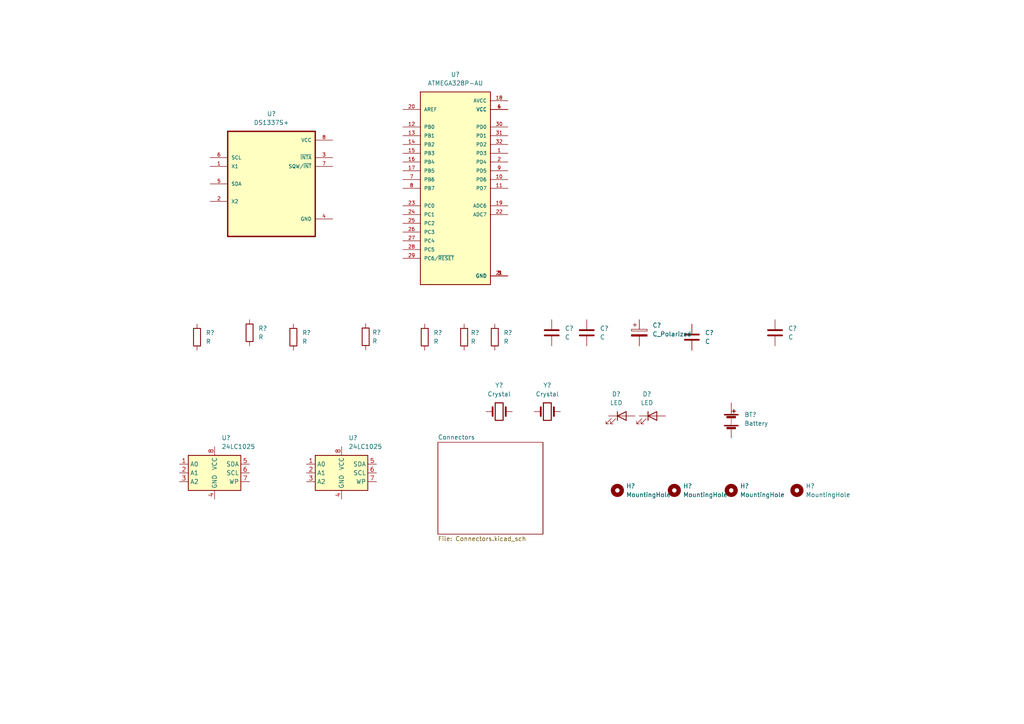
<source format=kicad_sch>
(kicad_sch (version 20211123) (generator eeschema)
  (paper "A4")
  (title_block (title "$(project_name)") (date "2022-03-13") (rev "1"))
  (lib_symbols
    (symbol "ATMEGA328P-AU:ATMEGA328P-AU" (pin_names (offset 1.016))
      (property "Reference" "U" (at -10.1854 29.2608 0))
      (property "Value" "ATMEGA328P-AU" (at -10.16 -31.7754 0))
      (symbol "ATMEGA328P-AU_0_0"
        (rectangle (start -10.16 -27.94) (end 10.16 27.94) (stroke (width 0.254)) (fill (type background)))
        (pin bidirectional line (at 15.24 10.16 180) (length 5.08) (name "PD3") (number "1"))
        (pin bidirectional line (at 15.24 2.54 180) (length 5.08) (name "PD6") (number "10"))
        (pin bidirectional line (at 15.24 0 180) (length 5.08) (name "PD7") (number "11"))
        (pin bidirectional line (at -15.24 17.78 0) (length 5.08) (name "PB0") (number "12"))
        (pin bidirectional line (at -15.24 15.24 0) (length 5.08) (name "PB1") (number "13"))
        (pin bidirectional line (at -15.24 12.7 0) (length 5.08) (name "PB2") (number "14"))
        (pin bidirectional line (at -15.24 10.16 0) (length 5.08) (name "PB3") (number "15"))
        (pin bidirectional line (at -15.24 7.62 0) (length 5.08) (name "PB4") (number "16"))
        (pin bidirectional line (at -15.24 5.08 0) (length 5.08) (name "PB5") (number "17"))
        (pin power_in line (at 15.24 25.4 180) (length 5.08) (name "AVCC") (number "18"))
        (pin bidirectional line (at 15.24 -5.08 180) (length 5.08) (name "ADC6") (number "19"))
        (pin bidirectional line (at 15.24 7.62 180) (length 5.08) (name "PD4") (number "2"))
        (pin input line (at -15.24 22.86 0) (length 5.08) (name "AREF") (number "20"))
        (pin power_in line (at 15.24 -25.4 180) (length 5.08) (name "GND") (number "21"))
        (pin bidirectional line (at 15.24 -7.62 180) (length 5.08) (name "ADC7") (number "22"))
        (pin bidirectional line (at -15.24 -5.08 0) (length 5.08) (name "PC0") (number "23"))
        (pin bidirectional line (at -15.24 -7.62 0) (length 5.08) (name "PC1") (number "24"))
        (pin bidirectional line (at -15.24 -10.16 0) (length 5.08) (name "PC2") (number "25"))
        (pin bidirectional line (at -15.24 -12.7 0) (length 5.08) (name "PC3") (number "26"))
        (pin bidirectional line (at -15.24 -15.24 0) (length 5.08) (name "PC4") (number "27"))
        (pin bidirectional line (at -15.24 -17.78 0) (length 5.08) (name "PC5") (number "28"))
        (pin bidirectional line (at -15.24 -20.32 0) (length 5.08) (name "PC6/~{RESET}") (number "29"))
        (pin power_in line (at 15.24 -25.4 180) (length 5.08) (name "GND") (number "3"))
        (pin bidirectional line (at 15.24 17.78 180) (length 5.08) (name "PD0") (number "30"))
        (pin bidirectional line (at 15.24 15.24 180) (length 5.08) (name "PD1") (number "31"))
        (pin bidirectional line (at 15.24 12.7 180) (length 5.08) (name "PD2") (number "32"))
        (pin power_in line (at 15.24 22.86 180) (length 5.08) (name "VCC") (number "4"))
        (pin power_in line (at 15.24 -25.4 180) (length 5.08) (name "GND") (number "5"))
        (pin power_in line (at 15.24 22.86 180) (length 5.08) (name "VCC") (number "6"))
        (pin bidirectional line (at -15.24 2.54 0) (length 5.08) (name "PB6") (number "7"))
        (pin bidirectional line (at -15.24 0 0) (length 5.08) (name "PB7") (number "8"))
        (pin bidirectional line (at 15.24 5.08 180) (length 5.08) (name "PD5") (number "9"))
      )
    )
    (symbol "DS1337S_:DS1337S+" (pin_names (offset 1.016))
      (property "Reference" "U" (at -12.7 16.2306 0))
      (property "Value" "DS1337S+" (at -12.7 -19.2278 0))
      (symbol "DS1337S+_0_0"
        (rectangle (start -12.7 -15.24) (end 12.7 15.24) (stroke (width 0.4064)) (fill (type background)))
        (pin input line (at -17.78 5.08 0) (length 5.08) (name "X1") (number "1"))
        (pin bidirectional line (at -17.78 -5.08 0) (length 5.08) (name "X2") (number "2"))
        (pin output line (at 17.78 7.62 180) (length 5.08) (name "~{INTA}") (number "3"))
        (pin power_in line (at 17.78 -10.16 180) (length 5.08) (name "GND") (number "4"))
        (pin bidirectional line (at -17.78 0 0) (length 5.08) (name "SDA") (number "5"))
        (pin input line (at -17.78 7.62 0) (length 5.08) (name "SCL") (number "6"))
        (pin output line (at 17.78 5.08 180) (length 5.08) (name "SQW/~{INT}") (number "7"))
        (pin power_in line (at 17.78 12.7 180) (length 5.08) (name "VCC") (number "8"))
      )
    )
    (symbol "Device:Battery" (pin_numbers hide) (pin_names (offset 0) hide)
      (property "Reference" "BT" (at 2.54 2.54 0))
      (property "Value" "Battery" (at 2.54 0 0))
      (symbol "Battery_0_1"
        (rectangle (start -2.032 -1.397) (end 2.032 -1.651) (fill (type outline)))
        (rectangle (start -2.032 1.778) (end 2.032 1.524) (fill (type outline)))
        (rectangle (start -1.3208 -1.9812) (end 1.27 -2.4892) (fill (type outline)))
        (rectangle (start -1.3208 1.1938) (end 1.27 0.6858) (fill (type outline)))
        (polyline (pts (xy 0 -1.524) (xy 0 -1.27)))
        (polyline (pts (xy 0 -1.016) (xy 0 -0.762)))
        (polyline (pts (xy 0 -0.508) (xy 0 -0.254)))
        (polyline (pts (xy 0 0) (xy 0 0.254)))
        (polyline (pts (xy 0 0.508) (xy 0 0.762)))
        (polyline (pts (xy 0 1.778) (xy 0 2.54)))
        (polyline (pts (xy 0.254 2.667) (xy 1.27 2.667)) (stroke (width 0.254)))
        (polyline (pts (xy 0.762 3.175) (xy 0.762 2.159)) (stroke (width 0.254)))
      )
      (symbol "Battery_1_1"
        (pin passive line (at 0 5.08 270) (length 2.54) (name "+") (number "1"))
        (pin passive line (at 0 -5.08 90) (length 2.54) (name "-") (number "2"))
      )
    )
    (symbol "Device:C" (pin_numbers hide) (pin_names (offset 0.254))
      (property "Reference" "C" (at 0.635 2.54 0))
      (property "Value" "C" (at 0.635 -2.54 0))
      (symbol "C_0_1"
        (polyline (pts (xy -2.032 -0.762) (xy 2.032 -0.762)) (stroke (width 0.508)))
        (polyline (pts (xy -2.032 0.762) (xy 2.032 0.762)) (stroke (width 0.508)))
      )
      (symbol "C_1_1"
        (pin passive line (at 0 3.81 270) (length 2.794) (name "~") (number "1"))
        (pin passive line (at 0 -3.81 90) (length 2.794) (name "~") (number "2"))
      )
    )
    (symbol "Device:C_Polarized" (pin_numbers hide) (pin_names (offset 0.254))
      (property "Reference" "C" (at 0.635 2.54 0))
      (property "Value" "C_Polarized" (at 0.635 -2.54 0))
      (symbol "C_Polarized_0_1"
        (rectangle (start -2.286 0.508) (end 2.286 1.016))
        (polyline (pts (xy -1.778 2.286) (xy -0.762 2.286)))
        (polyline (pts (xy -1.27 2.794) (xy -1.27 1.778)))
        (rectangle (start 2.286 -0.508) (end -2.286 -1.016) (fill (type outline)))
      )
      (symbol "C_Polarized_1_1"
        (pin passive line (at 0 3.81 270) (length 2.794) (name "~") (number "1"))
        (pin passive line (at 0 -3.81 90) (length 2.794) (name "~") (number "2"))
      )
    )
    (symbol "Device:Crystal" (pin_numbers hide) (pin_names (offset 1.016) hide)
      (property "Reference" "Y" (at 0 3.81 0))
      (property "Value" "Crystal" (at 0 -3.81 0))
      (symbol "Crystal_0_1"
        (rectangle (start -1.143 2.54) (end 1.143 -2.54) (stroke (width 0.3048)))
        (polyline (pts (xy -2.54 0) (xy -1.905 0)))
        (polyline (pts (xy -1.905 -1.27) (xy -1.905 1.27)) (stroke (width 0.508)))
        (polyline (pts (xy 1.905 -1.27) (xy 1.905 1.27)) (stroke (width 0.508)))
        (polyline (pts (xy 2.54 0) (xy 1.905 0)))
      )
      (symbol "Crystal_1_1"
        (pin passive line (at -3.81 0 0) (length 1.27) (name "1") (number "1"))
        (pin passive line (at 3.81 0 180) (length 1.27) (name "2") (number "2"))
      )
    )
    (symbol "Device:LED" (pin_numbers hide) (pin_names (offset 1.016) hide)
      (property "Reference" "D" (at 0 2.54 0))
      (property "Value" "LED" (at 0 -2.54 0))
      (symbol "LED_0_1"
        (polyline (pts (xy -1.27 -1.27) (xy -1.27 1.27)) (stroke (width 0.254)))
        (polyline (pts (xy -1.27 0) (xy 1.27 0)))
        (polyline (pts (xy 1.27 -1.27) (xy 1.27 1.27) (xy -1.27 0) (xy 1.27 -1.27)) (stroke (width 0.254)))
        (polyline (pts (xy -3.048 -0.762) (xy -4.572 -2.286) (xy -3.81 -2.286) (xy -4.572 -2.286) (xy -4.572 -1.524)))
        (polyline (pts (xy -1.778 -0.762) (xy -3.302 -2.286) (xy -2.54 -2.286) (xy -3.302 -2.286) (xy -3.302 -1.524)))
      )
      (symbol "LED_1_1"
        (pin passive line (at -3.81 0 0) (length 2.54) (name "K") (number "1"))
        (pin passive line (at 3.81 0 180) (length 2.54) (name "A") (number "2"))
      )
    )
    (symbol "Device:R" (pin_numbers hide) (pin_names (offset 0))
      (property "Reference" "R" (at 2.032 0 90))
      (property "Value" "R" (at 0 0 90))
      (symbol "R_0_1"
        (rectangle (start -1.016 -2.54) (end 1.016 2.54) (stroke (width 0.254)))
      )
      (symbol "R_1_1"
        (pin passive line (at 0 3.81 270) (length 1.27) (name "~") (number "1"))
        (pin passive line (at 0 -3.81 90) (length 1.27) (name "~") (number "2"))
      )
    )
    (symbol "Mechanical:MountingHole" (pin_names (offset 1.016))
      (property "Reference" "H" (at 0 5.08 0))
      (property "Value" "MountingHole" (at 0 3.175 0))
      (symbol "MountingHole_0_1"
        (circle (center 0 0) (radius 1.27) (stroke (width 1.27)))
      )
    )
    (symbol "Memory_EEPROM:24LC1025"
      (property "Reference" "U" (at -6.35 6.35 0))
      (property "Value" "24LC1025" (at 1.27 6.35 0))
      (symbol "24LC1025_1_1"
        (rectangle (start -7.62 5.08) (end 7.62 -5.08) (stroke (width 0.254)) (fill (type background)))
        (pin input line (at -10.16 2.54 0) (length 2.54) (name "A0") (number "1"))
        (pin input line (at -10.16 0 0) (length 2.54) (name "A1") (number "2"))
        (pin input line (at -10.16 -2.54 0) (length 2.54) (name "A2") (number "3"))
        (pin power_in line (at 0 -7.62 90) (length 2.54) (name "GND") (number "4"))
        (pin bidirectional line (at 10.16 2.54 180) (length 2.54) (name "SDA") (number "5"))
        (pin input line (at 10.16 0 180) (length 2.54) (name "SCL") (number "6"))
        (pin input line (at 10.16 -2.54 180) (length 2.54) (name "WP") (number "7"))
        (pin power_in line (at 0 7.62 270) (length 2.54) (name "VCC") (number "8"))
      )
    )
  )
  (symbol (lib_id "Memory_EEPROM:24LC1025") (at 99.06 137.16 0) (unit 1)
    (property "Reference" "U?" (at 101.0794 127 0) (effects (justify left)))
    (property "Value" "24LC1025" (at 101.0794 129.54 0) (effects (justify left)))
    (property "Datasheet" "http://ww1.microchip.com/downloads/en/DeviceDoc/21941B.pdf" (effects hide))
  )
  (symbol (lib_id "Device:LED") (at 180.34 120.65 0) (unit 1)
    (property "Reference" "D?" (at 178.7525 114.3 0))
    (property "Value" "LED" (at 178.7525 116.84 0))
  )
  (symbol (lib_id "Device:R") (at 143.51 97.79 0) (unit 1)
    (property "Reference" "R?" (at 146.05 96.5199 0) (effects (justify left)))
    (property "Value" "R" (at 146.05 99.0599 0) (effects (justify left)))
  )
  (symbol (lib_id "Device:R") (at 106.0591 97.6889 0) (unit 1)
    (property "Reference" "R?" (at 107.95 96.4188 0) (effects (justify left)))
    (property "Value" "R" (at 107.95 98.9588 0) (effects (justify left)))
  )
  (symbol (lib_id "Device:C_Polarized") (at 185.42 96.52 0) (unit 1)
    (property "Reference" "C?" (at 189.23 94.3609 0) (effects (justify left)))
    (property "Value" "C_Polarized" (at 189.23 96.9009 0) (effects (justify left)))
  )
  (symbol (lib_id "ATMEGA328P-AU:ATMEGA328P-AU") (at 132.08 54.61 0) (unit 1)
    (property "Reference" "U?" (at 132.08 21.59 0))
    (property "Value" "ATMEGA328P-AU" (at 132.08 24.13 0))
    (property "Footprint" "QFP80P900X900X120-32N" (effects hide))
    (property "MANUFACTURER" "Atmel" (effects hide))
  )
  (symbol (lib_id "Mechanical:MountingHole") (at 179.07 142.24 0) (unit 1)
    (property "Reference" "H?" (at 181.61 140.9699 0) (effects (justify left)))
    (property "Value" "MountingHole" (at 181.61 143.5099 0) (effects (justify left)))
  )
  (symbol (lib_id "Device:R") (at 57.15 97.79 0) (unit 1)
    (property "Reference" "R?" (at 59.69 96.5199 0) (effects (justify left)))
    (property "Value" "R" (at 59.69 99.0599 0) (effects (justify left)))
  )
  (symbol (lib_id "Mechanical:MountingHole") (at 231.14 142.24 0) (unit 1)
    (property "Reference" "H?" (at 233.68 140.9699 0) (effects (justify left)))
    (property "Value" "MountingHole" (at 233.68 143.5099 0) (effects (justify left)))
  )
  (symbol (lib_id "Device:R") (at 85.09 97.79 0) (unit 1)
    (property "Reference" "R?" (at 87.63 96.5199 0) (effects (justify left)))
    (property "Value" "R" (at 87.63 99.0599 0) (effects (justify left)))
  )
  (symbol (lib_id "Mechanical:MountingHole") (at 195.58 142.24 0) (unit 1)
    (property "Reference" "H?" (at 198.12 140.9699 0) (effects (justify left)))
    (property "Value" "MountingHole" (at 198.12 143.5099 0) (effects (justify left)))
  )
  (symbol (lib_id "Device:C") (at 170.18 96.52 0) (unit 1)
    (property "Reference" "C?" (at 173.99 95.2499 0) (effects (justify left)))
    (property "Value" "C" (at 173.99 97.7899 0) (effects (justify left)))
  )
  (symbol (lib_id "Device:LED") (at 189.23 120.65 0) (unit 1)
    (property "Reference" "D?" (at 187.6425 114.3 0))
    (property "Value" "LED" (at 187.6425 116.84 0))
  )
  (symbol (lib_id "Mechanical:MountingHole") (at 212.09 142.24 0) (unit 1)
    (property "Reference" "H?" (at 214.63 140.9699 0) (effects (justify left)))
    (property "Value" "MountingHole" (at 214.63 143.5099 0) (effects (justify left)))
  )
  (symbol (lib_id "DS1337S_:DS1337S+") (at 78.74 53.34 0) (unit 1)
    (property "Reference" "U?" (at 78.74 33.02 0))
    (property "Value" "DS1337S+" (at 78.74 35.56 0))
    (property "Footprint" "SOIC127P600X175-8N" (effects hide))
  )
  (symbol (lib_id "Device:C") (at 200.66 97.79 0) (unit 1)
    (property "Reference" "C?" (at 204.47 96.5199 0) (effects (justify left)))
    (property "Value" "C" (at 204.47 99.0599 0) (effects (justify left)))
  )
  (symbol (lib_id "Device:R") (at 72.39 96.52 0) (unit 1)
    (property "Reference" "R?" (at 74.93 95.2499 0) (effects (justify left)))
    (property "Value" "R" (at 74.93 97.7899 0) (effects (justify left)))
  )
  (symbol (lib_id "Device:Battery") (at 212.09 121.92 0) (unit 1)
    (property "Reference" "BT?" (at 215.9 120.2689 0) (effects (justify left)))
    (property "Value" "Battery" (at 215.9 122.8089 0) (effects (justify left)))
  )
  (symbol (lib_id "Device:C") (at 224.79 96.52 0) (unit 1)
    (property "Reference" "C?" (at 228.6 95.2499 0) (effects (justify left)))
    (property "Value" "C" (at 228.6 97.7899 0) (effects (justify left)))
  )
  (symbol (lib_id "Memory_EEPROM:24LC1025") (at 62.23 137.16 0) (unit 1)
    (property "Reference" "U?" (at 64.2494 127 0) (effects (justify left)))
    (property "Value" "24LC1025" (at 64.2494 129.54 0) (effects (justify left)))
    (property "Datasheet" "http://ww1.microchip.com/downloads/en/DeviceDoc/21941B.pdf" (effects hide))
  )
  (symbol (lib_id "Device:Crystal") (at 144.78 119.38 0) (unit 1)
    (property "Reference" "Y?" (at 144.78 111.76 0))
    (property "Value" "Crystal" (at 144.78 114.3 0))
  )
  (symbol (lib_id "Device:R") (at 134.62 97.79 0) (unit 1)
    (property "Reference" "R?" (at 136.5109 96.5199 0) (effects (justify left)))
    (property "Value" "R" (at 136.5109 99.0599 0) (effects (justify left)))
  )
  (symbol (lib_id "Device:R") (at 123.19 97.79 0) (unit 1)
    (property "Reference" "R?" (at 125.73 96.5199 0) (effects (justify left)))
    (property "Value" "R" (at 125.73 99.0599 0) (effects (justify left)))
  )
  (symbol (lib_id "Device:C") (at 160.02 96.52 0) (unit 1)
    (property "Reference" "C?" (at 163.83 95.2499 0) (effects (justify left)))
    (property "Value" "C" (at 163.83 97.7899 0) (effects (justify left)))
  )
  (symbol (lib_id "Device:Crystal") (at 158.75 119.38 0) (unit 1)
    (property "Reference" "Y?" (at 158.75 111.76 0))
    (property "Value" "Crystal" (at 158.75 114.3 0))
  )
  (sheet (at 127 128.27) (size 30.48 26.67) (stroke (width 0.1524))
    (property "Sheet name" "Connectors" (at 127 127.5584 0) (effects (justify left bottom)))
    (property "Sheet file" "Connectors.kicad_sch" (at 127 155.5246 0) (effects (justify left top)))
  )
)
</source>
